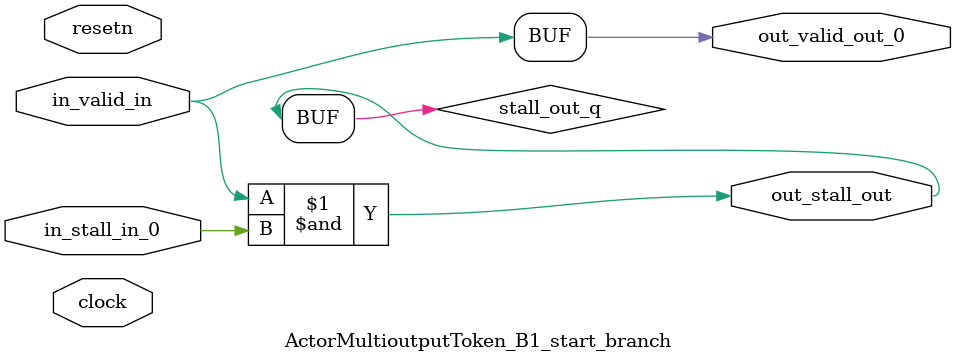
<source format=sv>



(* altera_attribute = "-name AUTO_SHIFT_REGISTER_RECOGNITION OFF; -name MESSAGE_DISABLE 10036; -name MESSAGE_DISABLE 10037; -name MESSAGE_DISABLE 14130; -name MESSAGE_DISABLE 14320; -name MESSAGE_DISABLE 15400; -name MESSAGE_DISABLE 14130; -name MESSAGE_DISABLE 10036; -name MESSAGE_DISABLE 12020; -name MESSAGE_DISABLE 12030; -name MESSAGE_DISABLE 12010; -name MESSAGE_DISABLE 12110; -name MESSAGE_DISABLE 14320; -name MESSAGE_DISABLE 13410; -name MESSAGE_DISABLE 113007; -name MESSAGE_DISABLE 10958" *)
module ActorMultioutputToken_B1_start_branch (
    input wire [0:0] in_stall_in_0,
    input wire [0:0] in_valid_in,
    output wire [0:0] out_stall_out,
    output wire [0:0] out_valid_out_0,
    input wire clock,
    input wire resetn
    );

    wire [0:0] stall_out_q;


    // stall_out(LOGICAL,6)
    assign stall_out_q = in_valid_in & in_stall_in_0;

    // out_stall_out(GPOUT,4)
    assign out_stall_out = stall_out_q;

    // out_valid_out_0(GPOUT,5)
    assign out_valid_out_0 = in_valid_in;

endmodule

</source>
